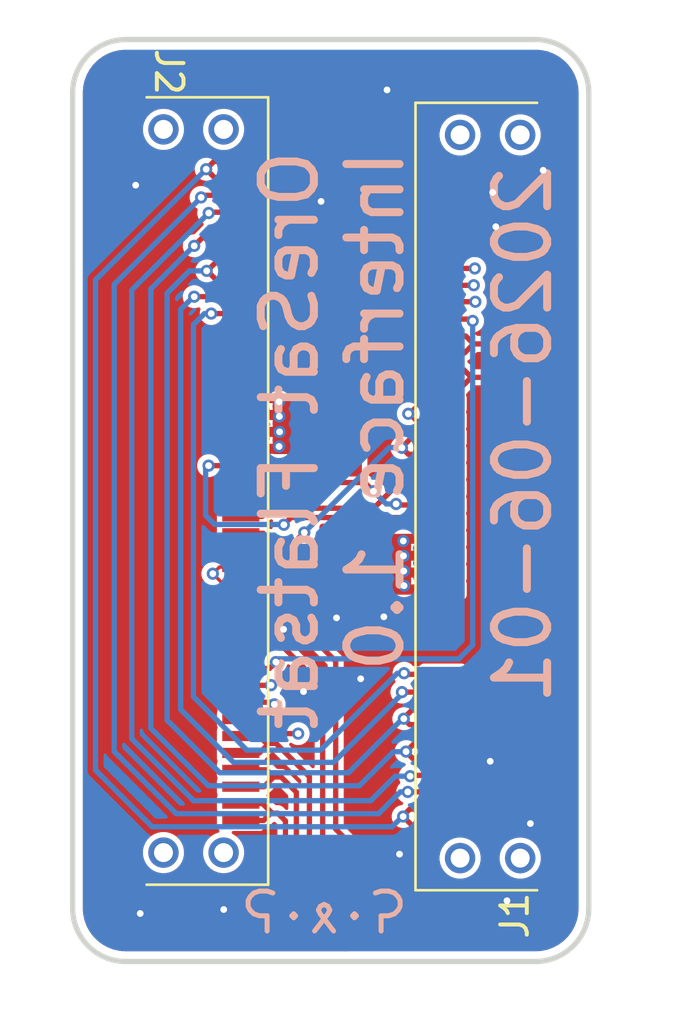
<source format=kicad_pcb>
(kicad_pcb (version 20241229) (generator "pcbnew") (generator_version "9.0")
  (layers (0 "F.Cu" signal) (4 "In1.Cu" signal) (6 "In2.Cu" signal) (2 "B.Cu" signal) (13 "F.Paste" user) (15 "B.Paste" user) (5 "F.SilkS" user "F.Silkscreen") (7 "B.SilkS" user "B.Silkscreen") (1 "F.Mask" user) (3 "B.Mask" user) (25 "Edge.Cuts" user))
  (net 0 "")
  (net 1 "GND")
  (net 2 "VBUS")
  (net 3 "OPD_SDA")
  (net 4 "MAG-SCL")
  (net 5 "CAN2_L")
  (net 6 "CAN1_H")
  (net 7 "CAN1_L")
  (net 8 "OPD_SCL")
  (net 9 "CAN2_H")
  (net 10 "MAG-POWER")
  (net 11 "C3-UART-RX")
  (net 12 "OPD_PWR")
  (net 13 "~{SD}")
  (net 14 "MAG-SDA")
  (net 15 "C3-UART-TX")
  (net 16 "SPARE31")
  (net 17 "SPARE32")
  (net 18 "SPARE09")
  (net 19 "SPARE22")
  (net 20 "SPARE10")
  (net 21 "SPARE07")
  (net 22 "SPARE08")
  (net 23 "SPARE21")
  (footprint "oresat-connectors:SFM-120-02-X-DH" (layer "F.Cu") (at 145.7313 85.3925 90)
    (property "Reference" "J2" (at 15.75 1.35 270) (layer "F.SilkS"))
    (property "Value" "SFM-120-02-L-DH" (hide yes))
    (fp_line (start -14.7955 0.508) (end -14.7955 5.08) (stroke (width 0.1)) (layer "F.SilkS"))
    (fp_line (start 14.7955 5.08) (end 14.7955 0.508) (stroke (width 0.1)) (layer "F.SilkS"))
    (fp_line (start 14.7955 5.08) (end -14.7955 5.08) (stroke (width 0.1)) (layer "F.SilkS"))
    (pad "1" smd rect (at -12.3825 4.0513 90) (size 0.381 1.397) (layers "F.Cu" "F.Mask" "F.Paste") (net 14 "MAG-SDA"))
    (pad "2" smd rect (at -11.7475 4.0513 90) (size 0.381 1.397) (layers "F.Cu" "F.Mask" "F.Paste") (net 14 "MAG-SDA"))
    (pad "3" smd rect (at -11.1125 4.0513 90) (size 0.381 1.397) (layers "F.Cu" "F.Mask" "F.Paste") (net 4 "MAG-SCL"))
    (pad "4" smd rect (at -10.4775 4.0513 90) (size 0.381 1.397) (layers "F.Cu" "F.Mask" "F.Paste") (net 4 "MAG-SCL"))
    (pad "5" smd rect (at -9.8425 4.0513 90) (size 0.381 1.397) (layers "F.Cu" "F.Mask" "F.Paste") (net 10 "MAG-POWER"))
    (pad "6" smd rect (at -9.2075 4.0513 90) (size 0.381 1.397) (layers "F.Cu" "F.Mask" "F.Paste") (net 10 "MAG-POWER"))
    (pad "7" smd rect (at -8.5725 4.0513 90) (size 0.381 1.397) (layers "F.Cu" "F.Mask" "F.Paste") (net 21 "SPARE07"))
    (pad "8" smd rect (at -7.9375 4.0513 90) (size 0.381 1.397) (layers "F.Cu" "F.Mask" "F.Paste") (net 22 "SPARE08"))
    (pad "9" smd rect (at -7.3025 4.0513 90) (size 0.381 1.397) (layers "F.Cu" "F.Mask" "F.Paste") (net 18 "SPARE09"))
    (pad "10" smd rect (at -6.6675 4.0513 90) (size 0.381 1.397) (layers "F.Cu" "F.Mask" "F.Paste") (net 20 "SPARE10"))
    (pad "11" smd rect (at -6.0325 4.0513 90) (size 0.381 1.397) (layers "F.Cu" "F.Mask" "F.Paste") (net 3 "OPD_SDA"))
    (pad "12" smd rect (at -5.3975 4.0513 90) (size 0.381 1.397) (layers "F.Cu" "F.Mask" "F.Paste") (net 3 "OPD_SDA"))
    (pad "13" smd rect (at -4.7625 4.0513 90) (size 0.381 1.397) (layers "F.Cu" "F.Mask" "F.Paste") (net 8 "OPD_SCL"))
    (pad "14" smd rect (at -4.1275 4.0513 90) (size 0.381 1.397) (layers "F.Cu" "F.Mask" "F.Paste") (net 8 "OPD_SCL"))
    (pad "15" smd rect (at -3.4925 4.0513 90) (size 0.381 1.397) (layers "F.Cu" "F.Mask" "F.Paste") (net 12 "OPD_PWR"))
    (pad "16" smd rect (at -2.8575 4.0513 90) (size 0.381 1.397) (layers "F.Cu" "F.Mask" "F.Paste") (net 12 "OPD_PWR"))
    (pad "17" smd rect (at -2.2225 4.0513 90) (size 0.381 1.397) (layers "F.Cu" "F.Mask" "F.Paste") (net 9 "CAN2_H"))
    (pad "18" smd rect (at -1.5875 4.0513 90) (size 0.381 1.397) (layers "F.Cu" "F.Mask" "F.Paste") (net 9 "CAN2_H"))
    (pad "19" smd rect (at -0.9525 4.0513 90) (size 0.381 1.397) (layers "F.Cu" "F.Mask" "F.Paste") (net 5 "CAN2_L"))
    (pad "20" smd rect (at -0.3175 4.0513 90) (size 0.381 1.397) (layers "F.Cu" "F.Mask" "F.Paste") (net 5 "CAN2_L"))
    (pad "21" smd rect (at 0.3175 4.0513 90) (size 0.381 1.397) (layers "F.Cu" "F.Mask" "F.Paste") (net 23 "SPARE21"))
    (pad "22" smd rect (at 0.9525 4.0513 90) (size 0.381 1.397) (layers "F.Cu" "F.Mask" "F.Paste") (net 19 "SPARE22"))
    (pad "23" smd rect (at 1.5875 4.0513 90) (size 0.381 1.397) (layers "F.Cu" "F.Mask" "F.Paste") (net 2 "VBUS"))
    (pad "24" smd rect (at 2.2225 4.0513 90) (size 0.381 1.397) (layers "F.Cu" "F.Mask" "F.Paste") (net 2 "VBUS"))
    (pad "25" smd rect (at 2.8575 4.0513 90) (size 0.381 1.397) (layers "F.Cu" "F.Mask" "F.Paste") (net 2 "VBUS"))
    (pad "26" smd rect (at 3.4925 4.0513 90) (size 0.381 1.397) (layers "F.Cu" "F.Mask" "F.Paste") (net 2 "VBUS"))
    (pad "27" smd rect (at 4.1275 4.0513 90) (size 0.381 1.397) (layers "F.Cu" "F.Mask" "F.Paste") (net 1 "GND"))
    (pad "28" smd rect (at 4.7625 4.0513 90) (size 0.381 1.397) (layers "F.Cu" "F.Mask" "F.Paste") (net 1 "GND"))
    (pad "29" smd rect (at 5.3975 4.0513 90) (size 0.381 1.397) (layers "F.Cu" "F.Mask" "F.Paste") (net 1 "GND"))
    (pad "30" smd rect (at 6.0325 4.0513 90) (size 0.381 1.397) (layers "F.Cu" "F.Mask" "F.Paste") (net 1 "GND"))
    (pad "31" smd rect (at 6.6675 4.0513 90) (size 0.381 1.397) (layers "F.Cu" "F.Mask" "F.Paste") (net 16 "SPARE31"))
    (pad "32" smd rect (at 7.3025 4.0513 90) (size 0.381 1.397) (layers "F.Cu" "F.Mask" "F.Paste") (net 17 "SPARE32"))
    (pad "33" smd rect (at 7.9375 4.0513 90) (size 0.381 1.397) (layers "F.Cu" "F.Mask" "F.Paste") (net 6 "CAN1_H"))
    (pad "34" smd rect (at 8.5725 4.0513 90) (size 0.381 1.397) (layers "F.Cu" "F.Mask" "F.Paste") (net 6 "CAN1_H"))
    (pad "35" smd rect (at 9.2075 4.0513 90) (size 0.381 1.397) (layers "F.Cu" "F.Mask" "F.Paste") (net 7 "CAN1_L"))
    (pad "36" smd rect (at 9.8425 4.0513 90) (size 0.381 1.397) (layers "F.Cu" "F.Mask" "F.Paste") (net 7 "CAN1_L"))
    (pad "37" smd rect (at 10.4775 4.0513 90) (size 0.381 1.397) (layers "F.Cu" "F.Mask" "F.Paste") (net 15 "C3-UART-TX"))
    (pad "38" smd rect (at 11.1125 4.0513 90) (size 0.381 1.397) (layers "F.Cu" "F.Mask" "F.Paste") (net 11 "C3-UART-RX"))
    (pad "39" smd rect (at 11.7475 4.0513 90) (size 0.381 1.397) (layers "F.Cu" "F.Mask" "F.Paste") (net 13 "~{SD}"))
    (pad "40" smd rect (at 12.3825 4.0513 90) (size 0.381 1.397) (layers "F.Cu" "F.Mask" "F.Paste") (net 13 "~{SD}"))
    (pad "41" thru_hole circle (at -13.589 1.143 90) (size 1.143 1.143) (drill 0.7112) (layers "*.Cu" "*.Mask"))
    (pad "42" thru_hole circle (at 13.589 1.143 90) (size 1.143 1.143) (drill 0.7112) (layers "*.Cu" "*.Mask"))
    (pad "43" thru_hole circle (at -13.589 3.4036 90) (size 1.143 1.143) (drill 0.7112) (layers "*.Cu" "*.Mask"))
    (pad "44" thru_hole circle (at 13.589 3.4036 90) (size 1.143 1.143) (drill 0.7112) (layers "*.Cu" "*.Mask"))
  )
  (footprint "oresat-connectors:SFM-120-02-X-DH" (layer "F.Cu") (at 161.43 85.6 -90)
    (property "Reference" "J1" (at 15.75 1.35 90) (layer "F.SilkS"))
    (property "Value" "SFM-120-02-L-DH" (hide yes))
    (fp_line (start 14.7955 5.08) (end -14.7955 5.08) (stroke (width 0.1)) (layer "F.SilkS"))
    (fp_line (start 14.7955 5.08) (end 14.7955 0.508) (stroke (width 0.1)) (layer "F.SilkS"))
    (fp_line (start -14.7955 0.508) (end -14.7955 5.08) (stroke (width 0.1)) (layer "F.SilkS"))
    (pad "1" smd rect (at -12.3825 4.0513 270) (size 0.381 1.397) (layers "F.Cu" "F.Mask" "F.Paste") (net 14 "MAG-SDA"))
    (pad "2" smd rect (at -11.7475 4.0513 270) (size 0.381 1.397) (layers "F.Cu" "F.Mask" "F.Paste") (net 14 "MAG-SDA"))
    (pad "3" smd rect (at -11.1125 4.0513 270) (size 0.381 1.397) (layers "F.Cu" "F.Mask" "F.Paste") (net 4 "MAG-SCL"))
    (pad "4" smd rect (at -10.4775 4.0513 270) (size 0.381 1.397) (layers "F.Cu" "F.Mask" "F.Paste") (net 4 "MAG-SCL"))
    (pad "5" smd rect (at -9.8425 4.0513 270) (size 0.381 1.397) (layers "F.Cu" "F.Mask" "F.Paste") (net 10 "MAG-POWER"))
    (pad "6" smd rect (at -9.2075 4.0513 270) (size 0.381 1.397) (layers "F.Cu" "F.Mask" "F.Paste") (net 10 "MAG-POWER"))
    (pad "7" smd rect (at -8.5725 4.0513 270) (size 0.381 1.397) (layers "F.Cu" "F.Mask" "F.Paste") (net 21 "SPARE07"))
    (pad "8" smd rect (at -7.9375 4.0513 270) (size 0.381 1.397) (layers "F.Cu" "F.Mask" "F.Paste") (net 22 "SPARE08"))
    (pad "9" smd rect (at -7.3025 4.0513 270) (size 0.381 1.397) (layers "F.Cu" "F.Mask" "F.Paste") (net 18 "SPARE09"))
    (pad "10" smd rect (at -6.6675 4.0513 270) (size 0.381 1.397) (layers "F.Cu" "F.Mask" "F.Paste") (net 20 "SPARE10"))
    (pad "11" smd rect (at -6.0325 4.0513 270) (size 0.381 1.397) (layers "F.Cu" "F.Mask" "F.Paste") (net 3 "OPD_SDA"))
    (pad "12" smd rect (at -5.3975 4.0513 270) (size 0.381 1.397) (layers "F.Cu" "F.Mask" "F.Paste") (net 3 "OPD_SDA"))
    (pad "13" smd rect (at -4.7625 4.0513 270) (size 0.381 1.397) (layers "F.Cu" "F.Mask" "F.Paste") (net 8 "OPD_SCL"))
    (pad "14" smd rect (at -4.1275 4.0513 270) (size 0.381 1.397) (layers "F.Cu" "F.Mask" "F.Paste") (net 8 "OPD_SCL"))
    (pad "15" smd rect (at -3.4925 4.0513 270) (size 0.381 1.397) (layers "F.Cu" "F.Mask" "F.Paste") (net 12 "OPD_PWR"))
    (pad "16" smd rect (at -2.8575 4.0513 270) (size 0.381 1.397) (layers "F.Cu" "F.Mask" "F.Paste") (net 12 "OPD_PWR"))
    (pad "17" smd rect (at -2.2225 4.0513 270) (size 0.381 1.397) (layers "F.Cu" "F.Mask" "F.Paste") (net 9 "CAN2_H"))
    (pad "18" smd rect (at -1.5875 4.0513 270) (size 0.381 1.397) (layers "F.Cu" "F.Mask" "F.Paste") (net 9 "CAN2_H"))
    (pad "19" smd rect (at -0.9525 4.0513 270) (size 0.381 1.397) (layers "F.Cu" "F.Mask" "F.Paste") (net 5 "CAN2_L"))
    (pad "20" smd rect (at -0.3175 4.0513 270) (size 0.381 1.397) (layers "F.Cu" "F.Mask" "F.Paste") (net 5 "CAN2_L"))
    (pad "21" smd rect (at 0.3175 4.0513 270) (size 0.381 1.397) (layers "F.Cu" "F.Mask" "F.Paste") (net 23 "SPARE21"))
    (pad "22" smd rect (at 0.9525 4.0513 270) (size 0.381 1.397) (layers "F.Cu" "F.Mask" "F.Paste") (net 19 "SPARE22"))
    (pad "23" smd rect (at 1.5875 4.0513 270) (size 0.381 1.397) (layers "F.Cu" "F.Mask" "F.Paste") (net 2 "VBUS"))
    (pad "24" smd rect (at 2.2225 4.0513 270) (size 0.381 1.397) (layers "F.Cu" "F.Mask" "F.Paste") (net 2 "VBUS"))
    (pad "25" smd rect (at 2.8575 4.0513 270) (size 0.381 1.397) (layers "F.Cu" "F.Mask" "F.Paste") (net 2 "VBUS"))
    (pad "26" smd rect (at 3.4925 4.0513 270) (size 0.381 1.397) (layers "F.Cu" "F.Mask" "F.Paste") (net 2 "VBUS"))
    (pad "27" smd rect (at 4.1275 4.0513 270) (size 0.381 1.397) (layers "F.Cu" "F.Mask" "F.Paste") (net 1 "GND"))
    (pad "28" smd rect (at 4.7625 4.0513 270) (size 0.381 1.397) (layers "F.Cu" "F.Mask" "F.Paste") (net 1 "GND"))
    (pad "29" smd rect (at 5.3975 4.0513 270) (size 0.381 1.397) (layers "F.Cu" "F.Mask" "F.Paste") (net 1 "GND"))
    (pad "30" smd rect (at 6.0325 4.0513 270) (size 0.381 1.397) (layers "F.Cu" "F.Mask" "F.Paste") (net 1 "GND"))
    (pad "31" smd rect (at 6.6675 4.0513 270) (size 0.381 1.397) (layers "F.Cu" "F.Mask" "F.Paste") (net 16 "SPARE31"))
    (pad "32" smd rect (at 7.3025 4.0513 270) (size 0.381 1.397) (layers "F.Cu" "F.Mask" "F.Paste") (net 17 "SPARE32"))
    (pad "33" smd rect (at 7.9375 4.0513 270) (size 0.381 1.397) (layers "F.Cu" "F.Mask" "F.Paste") (net 6 "CAN1_H"))
    (pad "34" smd rect (at 8.5725 4.0513 270) (size 0.381 1.397) (layers "F.Cu" "F.Mask" "F.Paste") (net 6 "CAN1_H"))
    (pad "35" smd rect (at 9.2075 4.0513 270) (size 0.381 1.397) (layers "F.Cu" "F.Mask" "F.Paste") (net 7 "CAN1_L"))
    (pad "36" smd rect (at 9.8425 4.0513 270) (size 0.381 1.397) (layers "F.Cu" "F.Mask" "F.Paste") (net 7 "CAN1_L"))
    (pad "37" smd rect (at 10.4775 4.0513 270) (size 0.381 1.397) (layers "F.Cu" "F.Mask" "F.Paste") (net 15 "C3-UART-TX"))
    (pad "38" smd rect (at 11.1125 4.0513 270) (size 0.381 1.397) (layers "F.Cu" "F.Mask" "F.Paste") (net 11 "C3-UART-RX"))
    (pad "39" smd rect (at 11.7475 4.0513 270) (size 0.381 1.397) (layers "F.Cu" "F.Mask" "F.Paste") (net 13 "~{SD}"))
    (pad "40" smd rect (at 12.3825 4.0513 270) (size 0.381 1.397) (layers "F.Cu" "F.Mask" "F.Paste") (net 13 "~{SD}"))
    (pad "41" thru_hole circle (at -13.589 1.143 270) (size 1.143 1.143) (drill 0.7112) (layers "*.Cu" "*.Mask"))
    (pad "42" thru_hole circle (at 13.589 1.143 270) (size 1.143 1.143) (drill 0.7112) (layers "*.Cu" "*.Mask"))
    (pad "43" thru_hole circle (at -13.589 3.4036 270) (size 1.143 1.143) (drill 0.7112) (layers "*.Cu" "*.Mask"))
    (pad "44" thru_hole circle (at 13.589 3.4036 270) (size 1.143 1.143) (drill 0.7112) (layers "*.Cu" "*.Mask"))
  )
  (gr_arc (start 143.4592 70.4276) (mid 144.044986 69.013386) (end 145.4592 68.4276) (stroke (width 0.2)) (layer "Edge.Cuts"))
  (gr_arc (start 162.8648 101.0732) (mid 162.279014 102.487414) (end 160.8648 103.0732) (stroke (width 0.2)) (layer "Edge.Cuts"))
  (gr_arc (start 145.4592 103.0732) (mid 144.044986 102.487414) (end 143.4592 101.0732) (stroke (width 0.2)) (layer "Edge.Cuts"))
  (gr_line (start 162.8648 70.4276) (end 162.8648 101.0732) (stroke (width 0.2)) (layer "Edge.Cuts"))
  (gr_line (start 160.8648 103.0732) (end 145.4592 103.0732) (stroke (width 0.2)) (layer "Edge.Cuts"))
  (gr_line (start 145.4592 68.4276) (end 160.8648 68.4276) (stroke (width 0.2)) (layer "Edge.Cuts"))
  (gr_line (start 143.4592 101.0732) (end 143.4592 70.4276) (stroke (width 0.2)) (layer "Edge.Cuts"))
  (gr_arc (start 160.8648 68.4276) (mid 162.279014 69.013386) (end 162.8648 70.4276) (stroke (width 0.2)) (layer "Edge.Cuts"))
  (gr_text "${CURRENT_DATE}" (at 161.56 72.97 90) (layer "B.SilkS") (effects (font (size 2 2) (thickness 0.3)) (justify left bottom mirror)))
  (gr_text "ʕ·ᴥ·ʔ" (at 156.18 102.12 0) (layer "B.SilkS") (effects (font (size 1.5 1.5) (thickness 0.1875)) (justify left bottom mirror)))
  (gr_text "OreSat Flatsat \nInterface 1.0\n" (at 156.01 72.43 90) (layer "B.SilkS") (effects (font (size 2 2) (thickness 0.3)) (justify left bottom mirror)))
  (via (at 159.25 74.17) (size 0.4572) (drill 0.254) (layers "F.Cu" "B.Cu") (net 1))
  (via (at 154.29 92.45) (size 0.4572) (drill 0.254) (layers "F.Cu" "B.Cu") (net 1))
  (via (at 161.15 73.34) (size 0.4572) (drill 0.254) (layers "F.Cu" "B.Cu") (net 1))
  (via (at 145.83 73.9) (size 0.4572) (drill 0.254) (layers "F.Cu" "B.Cu") (net 1))
  (via (at 155.16 90.12) (size 0.4572) (drill 0.254) (layers "F.Cu" "B.Cu") (net 1))
  (via (at 151.39 90.59) (size 0.4572) (drill 0.254) (layers "F.Cu" "B.Cu") (net 1))
  (via (at 159.37 75.46) (size 0.4572) (drill 0.254) (layers "F.Cu" "B.Cu") (net 1))
  (via (at 146 101.27) (size 0.4572) (drill 0.254) (layers "F.Cu" "B.Cu") (net 1))
  (via (at 152.14 92.93) (size 0.4572) (drill 0.254) (layers "F.Cu" "B.Cu") (net 1))
  (via (at 149.14 101.12) (size 0.4572) (drill 0.254) (layers "F.Cu" "B.Cu") (net 1))
  (via (at 153.38 90.16) (size 0.4572) (drill 0.254) (layers "F.Cu" "B.Cu") (net 1))
  (via (at 159.79 100.79) (size 0.4572) (drill 0.254) (layers "F.Cu" "B.Cu") (net 1))
  (via (at 152.8 74.51) (size 0.4572) (drill 0.254) (layers "F.Cu" "B.Cu") (net 1))
  (via (at 155.28 70.32) (size 0.4572) (drill 0.254) (layers "F.Cu" "B.Cu") (net 1))
  (via (at 160.67 97.89) (size 0.4572) (drill 0.254) (layers "F.Cu" "B.Cu") (net 1))
  (via (at 155.75 99.04) (size 0.4572) (drill 0.254) (layers "F.Cu" "B.Cu") (net 1))
  (via (at 159.16 95.55) (size 0.4572) (drill 0.254) (layers "F.Cu" "B.Cu") (net 1))
  (via (at 155.89 87.27) (size 0.4572) (drill 0.254) (layers "F.Cu" "B.Cu") (net 2))
  (via (at 151.22 82.04) (size 0.4572) (drill 0.254) (layers "F.Cu" "B.Cu") (net 2))
  (via (at 151.23 82.59) (size 0.4572) (drill 0.254) (layers "F.Cu" "B.Cu") (net 2))
  (via (at 155.91 88.4) (size 0.4572) (drill 0.254) (layers "F.Cu" "B.Cu") (net 2))
  (via (at 155.92 88.95) (size 0.4572) (drill 0.254) (layers "F.Cu" "B.Cu") (net 2))
  (via (at 151.22 83.72) (size 0.4572) (drill 0.254) (layers "F.Cu" "B.Cu") (net 2))
  (via (at 155.9 87.83) (size 0.4572) (drill 0.254) (layers "F.Cu" "B.Cu") (net 2))
  (via (at 151.24 83.17) (size 0.4572) (drill 0.254) (layers "F.Cu" "B.Cu") (net 2))
  (segment (start 157.3787 79.5675) (end 158.2375 79.5675) (width 0.2) (layer "F.Cu") (net 3))
  (segment (start 152.86 92.74) (end 151.27 91.15) (width 0.2) (layer "F.Cu") (net 3))
  (segment (start 158.77 100.97) (end 155.25 100.97) (width 0.2) (layer "F.Cu") (net 3))
  (segment (start 158.1975 80.2025) (end 157.3787 80.2025) (width 0.2) (layer "F.Cu") (net 3))
  (segment (start 160.52 81.28) (end 160.52 97.18) (width 0.2) (layer "F.Cu") (net 3))
  (segment (start 160.52 97.18) (end 159.36 98.34) (width 0.2) (layer "F.Cu") (net 3))
  (segment (start 155.25 100.97) (end 152.86 98.58) (width 0.2) (layer "F.Cu") (net 3))
  (segment (start 151.02 91.15) (end 150.745 91.425) (width 0.2) (layer "F.Cu") (net 3))
  (segment (start 159.105 79.865) (end 160.52 81.28) (width 0.2) (layer "F.Cu") (net 3))
  (segment (start 151.02 91.15) (end 150.66 90.79) (width 0.2) (layer "F.Cu") (net 3))
  (segment (start 159.36 98.34) (end 159.36 100.38) (width 0.2) (layer "F.Cu") (net 3))
  (segment (start 159.36 100.38) (end 158.77 100.97) (width 0.2) (layer "F.Cu") (net 3))
  (segment (start 158.2375 79.5675) (end 158.535 79.865) (width 0.2) (layer "F.Cu") (net 3))
  (segment (start 158.535 79.865) (end 158.1975 80.2025) (width 0.2) (layer "F.Cu") (net 3))
  (segment (start 150.66 90.79) (end 149.7826 90.79) (width 0.2) (layer "F.Cu") (net 3))
  (segment (start 158.535 79.865) (end 159.105 79.865) (width 0.2) (layer "F.Cu") (net 3))
  (segment (start 150.745 91.425) (end 149.7826 91.425) (width 0.2) (layer "F.Cu") (net 3))
  (segment (start 151.27 91.15) (end 151.02 91.15) (width 0.2) (layer "F.Cu") (net 3))
  (segment (start 152.86 98.58) (end 152.86 92.74) (width 0.2) (layer "F.Cu") (net 3))
  (segment (start 151.02 96.14) (end 150.655 96.505) (width 0.2) (layer "F.Cu") (net 4))
  (segment (start 158.4775 75.1225) (end 157.3787 75.1225) (width 0.2) (layer "F.Cu") (net 4))
  (segment (start 151.87 96.71) (end 151.87 99.22) (width 0.2) (layer "F.Cu") (net 4))
  (segment (start 161.65 76.68) (end 159.78 74.81) (width 0.2) (layer "F.Cu") (net 4))
  (segment (start 158.5275 74.4875) (end 158.79 74.75) (width 0.2) (layer "F.Cu") (net 4))
  (segment (start 151.3 96.14) (end 151.87 96.71) (width 0.2) (layer "F.Cu") (net 4))
  (segment (start 151.87 99.22) (end 154.47 101.82) (width 0.2) (layer "F.Cu") (net 4))
  (segment (start 151.02 96.14) (end 151.3 96.14) (width 0.2) (layer "F.Cu") (net 4))
  (segment (start 158.79 74.75) (end 158.79 74.81) (width 0.2) (layer "F.Cu") (net 4))
  (segment (start 150.655 96.505) (end 149.7826 96.505) (width 0.2) (layer "F.Cu") (net 4))
  (segment (start 159.78 74.81) (end 158.79 74.81) (width 0.2) (layer "F.Cu") (net 4))
  (segment (start 154.47 101.82) (end 160.39 101.82) (width 0.2) (layer "F.Cu") (net 4))
  (segment (start 161.65 100.56) (end 161.65 76.68) (width 0.2) (layer "F.Cu") (net 4))
  (segment (start 160.39 101.82) (end 161.65 100.56) (width 0.2) (layer "F.Cu") (net 4))
  (segment (start 158.79 74.81) (end 158.4775 75.1225) (width 0.2) (layer "F.Cu") (net 4))
  (segment (start 157.3662 75.11) (end 157.3787 75.1225) (width 0.2) (layer "F.Cu") (net 4))
  (segment (start 157.3787 74.4875) (end 158.5275 74.4875) (width 0.2) (layer "F.Cu") (net 4))
  (segment (start 150.75 95.87) (end 149.7826 95.87) (width 0.2) (layer "F.Cu") (net 4))
  (segment (start 151.02 96.14) (end 150.75 95.87) (width 0.2) (layer "F.Cu") (net 4))
  (segment (start 155.86 84.96) (end 156.1825 85.2825) (width 0.2) (layer "F.Cu") (net 5))
  (segment (start 150.89 86.04) (end 154.78 86.04) (width 0.2) (layer "F.Cu") (net 5))
  (segment (start 156.1825 85.2825) (end 157.3787 85.2825) (width 0.2) (layer "F.Cu") (net 5))
  (segment (start 150.89 86.04) (end 150.585 86.345) (width 0.2) (layer "F.Cu") (net 5))
  (segment (start 149.7826 85.71) (end 150.56 85.71) (width 0.2) (layer "F.Cu") (net 5))
  (segment (start 150.56 85.71) (end 150.89 86.04) (width 0.2) (layer "F.Cu") (net 5))
  (segment (start 154.78 86.04) (end 155.86 84.96) (width 0.2) (layer "F.Cu") (net 5))
  (segment (start 156.1725 84.6475) (end 157.3787 84.6475) (width 0.2) (layer "F.Cu") (net 5))
  (segment (start 155.86 84.96) (end 156.1725 84.6475) (width 0.2) (layer "F.Cu") (net 5))
  (segment (start 150.585 86.345) (end 149.7826 86.345) (width 0.2) (layer "F.Cu") (net 5))
  (segment (start 148.52 77.12) (end 148.855 77.455) (width 0.2) (layer "F.Cu") (net 6))
  (segment (start 156.3025 93.5375) (end 157.3787 93.5375) (width 0.2) (layer "F.Cu") (net 6))
  (segment (start 155.91 93.95) (end 156.1325 94.1725) (width 0.2) (layer "F.Cu") (net 6))
  (segment (start 149.7826 76.82) (end 148.82 76.82) (width 0.2) (layer "F.Cu") (net 6))
  (segment (start 155.9 93.94) (end 155.91 93.95) (width 0.2) (layer "F.Cu") (net 6))
  (segment (start 148.82 76.82) (end 148.52 77.12) (width 0.2) (layer "F.Cu") (net 6))
  (segment (start 148.855 77.455) (end 149.7826 77.455) (width 0.2) (layer "F.Cu") (net 6))
  (segment (start 155.9 93.94) (end 156.3025 93.5375) (width 0.2) (layer "F.Cu") (net 6))
  (segment (start 156.1325 94.1725) (end 157.3787 94.1725) (width 0.2) (layer "F.Cu") (net 6))
  (via (at 155.91 93.95) (size 0.4572) (drill 0.254) (layers "F.Cu" "B.Cu") (net 6))
  (via (at 148.5 77.12) (size 0.4572) (drill 0.254) (layers "F.Cu" "B.Cu") (net 6))
  (segment (start 155.9 93.94) (end 155.87 93.94) (width 0.2) (layer "B.Cu") (net 6))
  (segment (start 148.5 77.12) (end 148.52 77.12) (width 0.2) (layer "B.Cu") (net 6))
  (segment (start 147.85 77.12) (end 148.5 77.12) (width 0.2) (layer "B.Cu") (net 6))
  (segment (start 153.83 95.98) (end 148.99 95.98) (width 0.2) (layer "B.Cu") (net 6))
  (segment (start 147.01 77.96) (end 147.85 77.12) (width 0.2) (layer "B.Cu") (net 6))
  (segment (start 147.01 94) (end 147.01 77.96) (width 0.2) (layer "B.Cu") (net 6))
  (segment (start 155.87 93.94) (end 153.83 95.98) (width 0.2) (layer "B.Cu") (net 6))
  (segment (start 148.99 95.98) (end 147.01 94) (width 0.2) (layer "B.Cu") (net 6))
  (segment (start 148.03 76.18) (end 148.02 76.18) (width 0.2) (layer "F.Cu") (net 7))
  (segment (start 148.38 75.83) (end 148.03 76.18) (width 0.2) (layer "F.Cu") (net 7))
  (segment (start 148.38 75.83) (end 148.735 76.185) (width 0.2) (layer "F.Cu") (net 7))
  (segment (start 155.99 95.19) (end 155.995 95.185) (width 0.2) (layer "F.Cu") (net 7))
  (segment (start 148.735 76.185) (end 149.7826 76.185) (width 0.2) (layer "F.Cu") (net 7))
  (segment (start 156.2425 95.4425) (end 157.3787 95.4425) (width 0.2) (layer "F.Cu") (net 7))
  (segment (start 155.99 95.19) (end 156.2425 95.4425) (width 0.2) (layer "F.Cu") (net 7))
  (segment (start 148.66 75.55) (end 148.38 75.83) (width 0.2) (layer "F.Cu") (net 7))
  (segment (start 155.995 95.185) (end 156.3725 94.8075) (width 0.2) (layer "F.Cu") (net 7))
  (segment (start 156.3725 94.8075) (end 157.3787 94.8075) (width 0.2) (layer "F.Cu") (net 7))
  (segment (start 149.7826 75.55) (end 148.66 75.55) (width 0.2) (layer "F.Cu") (net 7))
  (via (at 155.995 95.185) (size 0.4572) (drill 0.254) (layers "F.Cu" "B.Cu") (net 7))
  (via (at 148.03 76.18) (size 0.4572) (drill 0.254) (layers "F.Cu" "B.Cu") (net 7))
  (segment (start 148.56 96.47) (end 154.24 96.47) (width 0.2) (layer "B.Cu") (net 7))
  (segment (start 155.52 95.19) (end 155.99 95.19) (width 0.2) (layer "B.Cu") (net 7))
  (segment (start 146.4 94.31) (end 148.56 96.47) (width 0.2) (layer "B.Cu") (net 7))
  (segment (start 148.02 76.18) (end 146.4 77.8) (width 0.2) (layer "B.Cu") (net 7))
  (segment (start 154.24 96.47) (end 155.52 95.19) (width 0.2) (layer "B.Cu") (net 7))
  (segment (start 146.4 77.8) (end 146.4 94.31) (width 0.2) (layer "B.Cu") (net 7))
  (segment (start 151.18 89.78) (end 150.805 90.155) (width 0.2) (layer "F.Cu") (net 8))
  (segment (start 158.45 100.45) (end 155.7 100.45) (width 0.2) (layer "F.Cu") (net 8))
  (segment (start 158.0975 81.4725) (end 157.3787 81.4725) (width 0.2) (layer "F.Cu") (net 8))
  (segment (start 157.3787 80.8375) (end 158.1675 80.8375) (width 0.2) (layer "F.Cu") (net 8))
  (segment (start 153.35 91.79) (end 151.34 89.78) (width 0.2) (layer "F.Cu") (net 8))
  (segment (start 160 81.72) (end 160 96.87) (width 0.2) (layer "F.Cu") (net 8))
  (segment (start 158.1675 80.8375) (end 158.45 81.12) (width 0.2) (layer "F.Cu") (net 8))
  (segment (start 151.34 89.78) (end 151.18 89.78) (width 0.2) (layer "F.Cu") (net 8))
  (segment (start 150.805 90.155) (end 149.7826 90.155) (width 0.2) (layer "F.Cu") (net 8))
  (segment (start 158.45 81.12) (end 159.4 81.12) (width 0.2) (layer "F.Cu") (net 8))
  (segment (start 153.35 98.1) (end 153.35 91.79) (width 0.2) (layer "F.Cu") (net 8))
  (segment (start 160 96.87) (end 158.98 97.89) (width 0.2) (layer "F.Cu") (net 8))
  (segment (start 150.92 89.52) (end 149.7826 89.52) (width 0.2) (layer "F.Cu") (net 8))
  (segment (start 159.4 81.12) (end 160 81.72) (width 0.2) (layer "F.Cu") (net 8))
  (segment (start 158.98 97.89) (end 158.98 99.92) (width 0.2) (layer "F.Cu") (net 8))
  (segment (start 158.45 81.12) (end 158.0975 81.4725) (width 0.2) (layer "F.Cu") (net 8))
  (segment (start 158.98 99.92) (end 158.45 100.45) (width 0.2) (layer "F.Cu") (net 8))
  (segment (start 155.7 100.45) (end 153.35 98.1) (width 0.2) (layer "F.Cu") (net 8))
  (segment (start 151.18 89.78) (end 150.92 89.52) (width 0.2) (layer "F.Cu") (net 8))
  (segment (start 150.685 87.615) (end 149.7826 87.615) (width 0.2) (layer "F.Cu") (net 9))
  (segment (start 151.79 87.33) (end 152.17 86.95) (width 0.2) (layer "F.Cu") (net 9))
  (segment (start 155.84 83.77) (end 156.0825 84.0125) (width 0.2) (layer "F.Cu") (net 9))
  (segment (start 155.83 83.76) (end 156.2125 83.3775) (width 0.2) (layer "F.Cu") (net 9))
  (segment (start 156.0825 84.0125) (end 157.3787 84.0125) (width 0.2) (layer "F.Cu") (net 9))
  (segment (start 149.7826 86.98) (end 150.62 86.98) (width 0.2) (layer "F.Cu") (net 9))
  (segment (start 150.62 86.98) (end 150.97 87.33) (width 0.2) (layer "F.Cu") (net 9))
  (segment (start 155.83 83.76) (end 155.84 83.77) (width 0.2) (layer "F.Cu") (net 9))
  (segment (start 150.97 87.33) (end 151.74 87.33) (width 0.2) (layer "F.Cu") (net 9))
  (segment (start 151.74 87.33) (end 151.79 87.33) (width 0.2) (layer "F.Cu") (net 9))
  (segment (start 156.2125 83.3775) (end 157.3787 83.3775) (width 0.2) (layer "F.Cu") (net 9))
  (segment (start 150.97 87.33) (end 150.685 87.615) (width 0.2) (layer "F.Cu") (net 9))
  (via (at 155.84 83.77) (size 0.4572) (drill 0.254) (layers "F.Cu" "B.Cu") (net 9))
  (via (at 152.17 86.95) (size 0.4572) (drill 0.254) (layers "F.Cu" "B.Cu") (net 9))
  (segment (start 152.17 86.95) (end 155.36 83.76) (width 0.2) (layer "B.Cu") (net 9))
  (segment (start 155.36 83.76) (end 155.83 83.76) (width 0.2) (layer "B.Cu") (net 9))
  (segment (start 150.485 95.235) (end 149.7826 95.235) (width 0.2) (layer "F.Cu") (net 10))
  (segment (start 150.47 94.6) (end 149.7826 94.6) (width 0.2) (layer "F.Cu") (net 10))
  (segment (start 152.36 98.92) (end 152.36 96.13) (width 0.2) (layer "F.Cu") (net 10))
  (segment (start 154.75 101.31) (end 152.36 98.92) (width 0.2) (layer "F.Cu") (net 10))
  (segment (start 160.105 76.085) (end 161.24 77.22) (width 0.2) (layer "F.Cu") (net 10))
  (segment (start 152.36 96.13) (end 151.11 94.88) (width 0.2) (layer "F.Cu") (net 10))
  (segment (start 161.24 100.12) (end 160.05 101.31) (width 0.2) (layer "F.Cu") (net 10))
  (segment (start 161.24 77.22) (end 161.24 100.12) (width 0.2) (layer "F.Cu") (net 10))
  (segment (start 151.11 94.88) (end 150.84 94.88) (width 0.2) (layer "F.Cu") (net 10))
  (segment (start 158.2075 76.3925) (end 157.3787 76.3925) (width 0.2) (layer "F.Cu") (net 10))
  (segment (start 158.515 76.085) (end 158.2075 76.3925) (width 0.2) (layer "F.Cu") (net 10))
  (segment (start 150.84 94.88) (end 150.485 95.235) (width 0.2) (layer "F.Cu") (net 10))
  (segment (start 150.84 94.88) (end 150.75 94.88) (width 0.2) (layer "F.Cu") (net 10))
  (segment (start 158.515 76.085) (end 160.105 76.085) (width 0.2) (layer "F.Cu") (net 10))
  (segment (start 158.1875 75.7575) (end 158.515 76.085) (width 0.2) (layer "F.Cu") (net 10))
  (segment (start 157.3787 75.7575) (end 158.1875 75.7575) (width 0.2) (layer "F.Cu") (net 10))
  (segment (start 160.05 101.31) (end 154.75 101.31) (width 0.2) (layer "F.Cu") (net 10))
  (segment (start 150.75 94.88) (end 150.47 94.6) (width 0.2) (layer "F.Cu") (net 10))
  (segment (start 157.3662 96.7) (end 157.3787 96.7125) (width 0.2) (layer "F.Cu") (net 11))
  (segment (start 148.37 74.28) (end 148.3 74.35) (width 0.2) (layer "F.Cu") (net 11))
  (segment (start 149.7826 74.28) (end 148.37 74.28) (width 0.2) (layer "F.Cu") (net 11))
  (segment (start 156.08 96.7) (end 157.3662 96.7) (width 0.2) (layer "F.Cu") (net 11))
  (via (at 148.29 74.36) (size 0.4572) (drill 0.254) (layers "F.Cu" "B.Cu") (net 11))
  (via (at 156.06 96.7) (size 0.4572) (drill 0.254) (layers "F.Cu" "B.Cu") (net 11))
  (segment (start 155.78 96.7) (end 154.96 97.52) (width 0.2) (layer "B.Cu") (net 11))
  (segment (start 147.36 97.52) (end 145.02 95.18) (width 0.2) (layer "B.Cu") (net 11))
  (segment (start 156.06 96.7) (end 155.78 96.7) (width 0.2) (layer "B.Cu") (net 11))
  (segment (start 156.06 96.7) (end 156.08 96.7) (width 0.2) (layer "B.Cu") (net 11))
  (segment (start 145.02 77.63) (end 148.29 74.36) (width 0.2) (layer "B.Cu") (net 11))
  (segment (start 148.29 74.36) (end 148.3 74.35) (width 0.2) (layer "B.Cu") (net 11))
  (segment (start 154.96 97.52) (end 147.36 97.52) (width 0.2) (layer "B.Cu") (net 11))
  (segment (start 145.02 95.18) (end 145.02 77.63) (width 0.2) (layer "B.Cu") (net 11))
  (segment (start 148.73 88.5) (end 149.115 88.885) (width 0.127) (layer "F.Cu") (net 12))
  (segment (start 148.98 88.25) (end 148.73 88.5) (width 0.127) (layer "F.Cu") (net 12))
  (segment (start 157.3787 82.1075) (end 156.4625 82.1075) (width 0.127) (layer "F.Cu") (net 12))
  (segment (start 156.4625 82.1075) (end 156.08 82.49) (width 0.127) (layer "F.Cu") (net 12))
  (segment (start 156.08 82.49) (end 156.3325 82.7425) (width 0.127) (layer "F.Cu") (net 12))
  (segment (start 156.3325 82.7425) (end 157.3787 82.7425) (width 0.127) (layer "F.Cu") (net 12))
  (segment (start 149.7826 88.25) (end 148.98 88.25) (width 0.127) (layer "F.Cu") (net 12))
  (segment (start 149.115 88.885) (end 149.7826 88.885) (width 0.127) (layer "F.Cu") (net 12))
  (via (at 156.08 82.49) (size 0.4572) (drill 0.254) (layers "F.Cu" "B.Cu") (net 12))
  (via (at 148.73 88.5) (size 0.4572) (drill 0.254) (layers "F.Cu" "B.Cu") (net 12))
  (segment (start 148.77 73.01) (end 148.48 73.3) (width 0.2) (layer "F.Cu") (net 13))
  (segment (start 149.7826 73.01) (end 148.77 73.01) (width 0.2) (layer "F.Cu") (net 13))
  (segment (start 155.87 97.61) (end 156.1325 97.3475) (width 0.2) (layer "F.Cu") (net 13))
  (segment (start 148.825 73.645) (end 149.7826 73.645) (width 0.2) (layer "F.Cu") (net 13))
  (segment (start 156.2425 97.9825) (end 157.3787 97.9825) (width 0.2) (layer "F.Cu") (net 13))
  (segment (start 155.87 97.61) (end 155.885 97.625) (width 0.2) (layer "F.Cu") (net 13))
  (segment (start 155.885 97.625) (end 156.2425 97.9825) (width 0.2) (layer "F.Cu") (net 13))
  (segment (start 156.1325 97.3475) (end 157.3787 97.3475) (width 0.2) (layer "F.Cu") (net 13))
  (segment (start 148.48 73.3) (end 148.825 73.645) (width 0.2) (layer "F.Cu") (net 13))
  (via (at 155.885 97.625) (size 0.4572) (drill 0.254) (layers "F.Cu" "B.Cu") (net 13))
  (via (at 148.48 73.3) (size 0.4572) (drill 0.254) (layers "F.Cu" "B.Cu") (net 13))
  (segment (start 144.32 77.46) (end 144.32 95.88) (width 0.2) (layer "B.Cu") (net 13))
  (segment (start 155.47 98.01) (end 155.87 97.61) (width 0.2) (layer "B.Cu") (net 13))
  (segment (start 144.32 95.88) (end 146.45 98.01) (width 0.2) (layer "B.Cu") (net 13))
  (segment (start 146.45 98.01) (end 155.47 98.01) (width 0.2) (layer "B.Cu") (net 13))
  (segment (start 148.48 73.3) (end 144.32 77.46) (width 0.2) (layer "B.Cu") (net 13))
  (segment (start 158.3875 73.8525) (end 157.3787 73.8525) (width 0.2) (layer "F.Cu") (net 14))
  (segment (start 150.635 97.775) (end 149.7826 97.775) (width 0.2) (layer "F.Cu") (net 14))
  (segment (start 158.75 73.49) (end 158.3875 73.8525) (width 0.2) (layer "F.Cu") (net 14))
  (segment (start 162.07 76.08) (end 159.48 73.49) (width 0.2) (layer "F.Cu") (net 14))
  (segment (start 151.17 97.5) (end 151.46 97.79) (width 0.2) (layer "F.Cu") (net 14))
  (segment (start 151.46 97.79) (end 151.46 99.77) (width 0.2) (layer "F.Cu") (net 14))
  (segment (start 158.75 73.49) (end 158.4775 73.2175) (width 0.2) (layer "F.Cu") (net 14))
  (segment (start 150.96 97.5) (end 151.17 97.5) (width 0.2) (layer "F.Cu") (net 14))
  (segment (start 159.48 73.49) (end 158.75 73.49) (width 0.2) (layer "F.Cu") (net 14))
  (segment (start 150.935 97.475) (end 150.96 97.5) (width 0.2) (layer "F.Cu") (net 14))
  (segment (start 150.935 97.475) (end 150.635 97.775) (width 0.2) (layer "F.Cu") (net 14))
  (segment (start 154 102.31) (end 160.79 102.31) (width 0.2) (layer "F.Cu") (net 14))
  (segment (start 160.79 102.31) (end 162.07 101.03) (width 0.2) (layer "F.Cu") (net 14))
  (segment (start 151.46 99.77) (end 154 102.31) (width 0.2) (layer "F.Cu") (net 14))
  (segment (start 150.935 97.475) (end 150.6 97.14) (width 0.2) (layer "F.Cu") (net 14))
  (segment (start 158.4775 73.2175) (end 157.3787 73.2175) (width 0.2) (layer "F.Cu") (net 14))
  (segment (start 162.07 101.03) (end 162.07 76.08) (width 0.2) (layer "F.Cu") (net 14))
  (segment (start 150.6 97.14) (end 149.7826 97.14) (width 0.2) (layer "F.Cu") (net 14))
  (segment (start 149.7826 74.915) (end 148.605 74.915) (width 0.2) (layer "F.Cu") (net 15))
  (segment (start 156.2025 96.0775) (end 157.3787 96.0775) (width 0.2) (layer "F.Cu") (net 15))
  (segment (start 156.18 96.1) (end 156.2025 96.0775) (width 0.2) (layer "F.Cu") (net 15))
  (segment (start 148.605 74.915) (end 148.58 74.94) (width 0.2) (layer "F.Cu") (net 15))
  (via (at 148.575 74.945) (size 0.4572) (drill 0.254) (layers "F.Cu" "B.Cu") (net 15))
  (via (at 156.15 96.11) (size 0.4572) (drill 0.254) (layers "F.Cu" "B.Cu") (net 15))
  (segment (start 155.59 96.11) (end 156.15 96.11) (width 0.2) (layer "B.Cu") (net 15))
  (segment (start 156.15 96.11) (end 156.17 96.11) (width 0.2) (layer "B.Cu") (net 15))
  (segment (start 148.575 74.945) (end 145.68 77.84) (width 0.2) (layer "B.Cu") (net 15))
  (segment (start 145.68 77.84) (end 145.68 94.7) (width 0.2) (layer "B.Cu") (net 15))
  (segment (start 145.68 94.7) (end 148.01 97.03) (width 0.2) (layer "B.Cu") (net 15))
  (segment (start 148.01 97.03) (end 154.67 97.03) (width 0.2) (layer "B.Cu") (net 15))
  (segment (start 154.67 97.03) (end 155.59 96.11) (width 0.2) (layer "B.Cu") (net 15))
  (segment (start 156.17 96.11) (end 156.18 96.1) (width 0.2) (layer "B.Cu") (net 15))
  (segment (start 148.58 74.94) (end 148.575 74.945) (width 0.2) (layer "B.Cu") (net 15))
  (segment (start 149.7826 78.725) (end 148.67 78.725) (width 0.2) (layer "F.Cu") (net 16))
  (segment (start 157.3662 92.28) (end 157.3787 92.2675) (width 0.2) (layer "F.Cu") (net 16))
  (segment (start 148.67 78.725) (end 148.655 78.725) (width 0.2) (layer "F.Cu") (net 16))
  (segment (start 148.655 78.725) (end 148.65 78.73) (width 0.2) (layer "F.Cu") (net 16))
  (segment (start 155.92 92.24) (end 155.96 92.28) (width 0.2) (layer "F.Cu") (net 16))
  (segment (start 155.96 92.28) (end 157.3662 92.28) (width 0.2) (layer "F.Cu") (net 16))
  (via (at 148.67 78.725) (size 0.4572) (drill 0.254) (layers "F.Cu" "B.Cu") (net 16))
  (via (at 155.92 92.24) (size 0.4572) (drill 0.254) (layers "F.Cu" "B.Cu") (net 16))
  (segment (start 148 79.14) (end 148.41 78.73) (width 0.2) (layer "B.Cu") (net 16))
  (segment (start 155.92 92.24) (end 155.67 92.24) (width 0.2) (layer "B.Cu") (net 16))
  (segment (start 148.41 78.73) (end 148.65 78.73) (width 0.2) (layer "B.Cu") (net 16))
  (segment (start 148 93.12) (end 148 79.14) (width 0.2) (layer "B.Cu") (net 16))
  (segment (start 155.67 92.24) (end 152.78 95.13) (width 0.2) (layer "B.Cu") (net 16))
  (segment (start 150.01 95.13) (end 148 93.12) (width 0.2) (layer "B.Cu") (net 16))
  (segment (start 152.78 95.13) (end 150.01 95.13) (width 0.2) (layer "B.Cu") (net 16))
  (segment (start 155.84 92.95) (end 157.3312 92.95) (width 0.2) (layer "F.Cu") (net 17))
  (segment (start 148.03 78.09) (end 149.7826 78.09) (width 0.2) (layer "F.Cu") (net 17))
  (segment (start 157.3312 92.95) (end 157.3787 92.9025) (width 0.2) (layer "F.Cu") (net 17))
  (via (at 155.84 92.95) (size 0.4572) (drill 0.254) (layers "F.Cu" "B.Cu") (net 17))
  (via (at 148.03 78.09) (size 0.4572) (drill 0.254) (layers "F.Cu" "B.Cu") (net 17))
  (segment (start 155.84 93.02) (end 153.27 95.59) (width 0.2) (layer "B.Cu") (net 17))
  (segment (start 153.27 95.59) (end 149.51 95.59) (width 0.2) (layer "B.Cu") (net 17))
  (segment (start 148 78.09) (end 148.03 78.09) (width 0.2) (layer "B.Cu") (net 17))
  (segment (start 155.84 92.95) (end 155.84 93.02) (width 0.2) (layer "B.Cu") (net 17))
  (segment (start 147.52 78.57) (end 148 78.09) (width 0.2) (layer "B.Cu") (net 17))
  (segment (start 147.52 93.6) (end 147.52 78.57) (width 0.2) (layer "B.Cu") (net 17))
  (segment (start 149.51 95.59) (end 147.52 93.6) (width 0.2) (layer "B.Cu") (net 17))
  (segment (start 158.6 78.28) (end 157.3962 78.28) (width 0.2) (layer "F.Cu") (net 18))
  (segment (start 157.3962 78.28) (end 157.3787 78.2975) (width 0.2) (layer "F.Cu") (net 18))
  (segment (start 149.7826 92.695) (end 150.915 92.695) (width 0.2) (layer "F.Cu") (net 18))
  (segment (start 150.915 92.695) (end 150.92 92.69) (width 0.2) (layer "F.Cu") (net 18))
  (via (at 150.92 92.69) (size 0.4572) (drill 0.254) (layers "F.Cu" "B.Cu") (net 18))
  (via (at 158.6 78.28) (size 0.4572) (drill 0.254) (layers "F.Cu" "B.Cu") (net 18))
  (segment (start 151.4 86.66) (end 151.67 86.39) (width 0.2) (layer "F.Cu") (net 19))
  (segment (start 151.67 86.39) (end 157.2162 86.39) (width 0.2) (layer "F.Cu") (net 19))
  (segment (start 149.7826 84.44) (end 148.57 84.44) (width 0.2) (layer "F.Cu") (net 19))
  (segment (start 157.2162 86.39) (end 157.3787 86.5525) (width 0.2) (layer "F.Cu") (net 19))
  (via (at 151.4 86.66) (size 0.4572) (drill 0.254) (layers "F.Cu" "B.Cu") (net 19))
  (via (at 148.57 84.44) (size 0.4572) (drill 0.254) (layers "F.Cu" "B.Cu") (net 19))
  (segment (start 151.39 86.65) (end 148.8 86.65) (width 0.2) (layer "B.Cu") (net 19))
  (segment (start 148.8 86.65) (end 148.46 86.31) (width 0.2) (layer "B.Cu") (net 19))
  (segment (start 148.46 84.55) (end 148.57 84.44) (width 0.2) (layer "B.Cu") (net 19))
  (segment (start 148.46 86.31) (end 148.46 84.55) (width 0.2) (layer "B.Cu") (net 19))
  (segment (start 151.4 86.66) (end 151.39 86.65) (width 0.2) (layer "B.Cu") (net 19))
  (segment (start 149.7826 92.06) (end 150.86 92.06) (width 0.2) (layer "F.Cu") (net 20))
  (segment (start 150.86 92.06) (end 151.1 91.82) (width 0.2) (layer "F.Cu") (net 20))
  (segment (start 158.5 79) (end 158.4325 78.9325) (width 0.2) (layer "F.Cu") (net 20))
  (segment (start 158.4325 78.9325) (end 157.3787 78.9325) (width 0.2) (layer "F.Cu") (net 20))
  (via (at 158.5 79) (size 0.4572) (drill 0.254) (layers "F.Cu" "B.Cu") (net 20))
  (via (at 151.1 91.82) (size 0.4572) (drill 0.254) (layers "F.Cu" "B.Cu") (net 20))
  (segment (start 151.22 91.7) (end 151.1 91.82) (width 0.2) (layer "B.Cu") (net 20))
  (segment (start 157.98 91.7) (end 151.22 91.7) (width 0.2) (layer "B.Cu") (net 20))
  (segment (start 158.5 79) (end 158.5 91.18) (width 0.2) (layer "B.Cu") (net 20))
  (segment (start 158.5 91.18) (end 157.98 91.7) (width 0.2) (layer "B.Cu") (net 20))
  (segment (start 158.5375 77.0275) (end 157.3787 77.0275) (width 0.2) (layer "F.Cu") (net 21))
  (segment (start 151.08 94.51) (end 150.535 93.965) (width 0.2) (layer "F.Cu") (net 21))
  (segment (start 151.94 94.51) (end 151.08 94.51) (width 0.2) (layer "F.Cu") (net 21))
  (segment (start 150.535 93.965) (end 149.7826 93.965) (width 0.2) (layer "F.Cu") (net 21))
  (segment (start 158.54 77.03) (end 158.5375 77.0275) (width 0.2) (layer "F.Cu") (net 21))
  (via (at 158.58 77.03) (size 0.4572) (drill 0.254) (layers "F.Cu" "B.Cu") (net 21))
  (via (at 151.94 94.51) (size 0.4572) (drill 0.254) (layers "F.Cu" "B.Cu") (net 21))
  (segment (start 151.05 93.4) (end 150.98 93.33) (width 0.2) (layer "F.Cu") (net 22))
  (segment (start 150.98 93.33) (end 149.7826 93.33) (width 0.2) (layer "F.Cu") (net 22))
  (segment (start 157.3787 77.6625) (end 158.5375 77.6625) (width 0.2) (layer "F.Cu") (net 22))
  (segment (start 158.5375 77.6625) (end 158.54 77.66) (width 0.2) (layer "F.Cu") (net 22))
  (via (at 158.54 77.66) (size 0.4572) (drill 0.254) (layers "F.Cu" "B.Cu") (net 22))
  (via (at 151.04 93.41) (size 0.4572) (drill 0.254) (layers "F.Cu" "B.Cu") (net 22))
  (segment (start 155.6575 85.9175) (end 157.3787 85.9175) (width 0.2) (layer "F.Cu") (net 23))
  (segment (start 149.7826 85.075) (end 154.445 85.075) (width 0.2) (layer "F.Cu") (net 23))
  (segment (start 154.445 85.075) (end 154.77 85.4) (width 0.2) (layer "F.Cu") (net 23))
  (segment (start 155.62 85.88) (end 155.6575 85.9175) (width 0.2) (layer "F.Cu") (net 23))
  (via (at 154.77 85.4) (size 0.4572) (drill 0.254) (layers "F.Cu" "B.Cu") (net 23))
  (via (at 155.62 85.88) (size 0.4572) (drill 0.254) (layers "F.Cu" "B.Cu") (net 23))
  (segment (start 155.25 85.88) (end 155.62 85.88) (width 0.2) (layer "B.Cu") (net 23))
  (segment (start 154.77 85.4) (end 155.25 85.88) (width 0.2) (layer "B.Cu") (net 23))
  (zone (net 1) (net_name "GND") (layers "F.Cu" "B.Cu" "In1.Cu" "In2.Cu") (connect_pads yes (clearance 0.2)) (min_thickness 0.127) (fill yes (thermal_gap 0.5) (thermal_bridge_width 0.5) (smoothing fillet) (radius 0.2) (island_removal_mode 1) (island_area_min 10))
    (polygon (pts (xy 141.749563 67.117373) (xy 164.442012 66.940802) (xy 164.449581 105.269325) (xy 141.827537 105.428584)))
  )
  (zone (net 2) (net_name "VBUS") (layers "F.Cu" "In2.Cu") (priority 2) (connect_pads (clearance 0.127)) (min_thickness 0.25) (fill yes (thermal_gap 0.5) (thermal_bridge_width 0.5) (smoothing fillet) (radius 0.2))
    (polygon (pts (xy 154.343438 81.738865) (xy 154.33 87.01) (xy 158.057908 86.989021) (xy 158.077076 89.289021) (xy 152.74 89.289021) (xy 152.73 84) (xy 150.489584 84.01) (xy 149.077887 84.01) (xy 149.089743 81.71)))
  )
)
</source>
